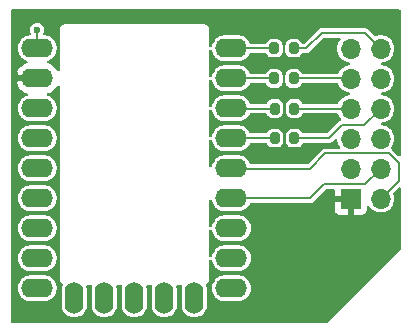
<source format=gbr>
%TF.GenerationSoftware,KiCad,Pcbnew,8.0.1*%
%TF.CreationDate,2024-03-19T13:28:27+00:00*%
%TF.ProjectId,pcb,7063622e-6b69-4636-9164-5f7063625858,rev?*%
%TF.SameCoordinates,Original*%
%TF.FileFunction,Copper,L1,Top*%
%TF.FilePolarity,Positive*%
%FSLAX46Y46*%
G04 Gerber Fmt 4.6, Leading zero omitted, Abs format (unit mm)*
G04 Created by KiCad (PCBNEW 8.0.1) date 2024-03-19 13:28:27*
%MOMM*%
%LPD*%
G01*
G04 APERTURE LIST*
G04 Aperture macros list*
%AMRoundRect*
0 Rectangle with rounded corners*
0 $1 Rounding radius*
0 $2 $3 $4 $5 $6 $7 $8 $9 X,Y pos of 4 corners*
0 Add a 4 corners polygon primitive as box body*
4,1,4,$2,$3,$4,$5,$6,$7,$8,$9,$2,$3,0*
0 Add four circle primitives for the rounded corners*
1,1,$1+$1,$2,$3*
1,1,$1+$1,$4,$5*
1,1,$1+$1,$6,$7*
1,1,$1+$1,$8,$9*
0 Add four rect primitives between the rounded corners*
20,1,$1+$1,$2,$3,$4,$5,0*
20,1,$1+$1,$4,$5,$6,$7,0*
20,1,$1+$1,$6,$7,$8,$9,0*
20,1,$1+$1,$8,$9,$2,$3,0*%
G04 Aperture macros list end*
%TA.AperFunction,SMDPad,CuDef*%
%ADD10RoundRect,0.200000X-0.200000X-0.275000X0.200000X-0.275000X0.200000X0.275000X-0.200000X0.275000X0*%
%TD*%
%TA.AperFunction,SMDPad,CuDef*%
%ADD11O,2.700000X1.600200*%
%TD*%
%TA.AperFunction,SMDPad,CuDef*%
%ADD12O,1.574800X2.700000*%
%TD*%
%TA.AperFunction,ComponentPad*%
%ADD13O,1.700000X1.700000*%
%TD*%
%TA.AperFunction,ComponentPad*%
%ADD14R,1.700000X1.700000*%
%TD*%
%TA.AperFunction,ViaPad*%
%ADD15C,0.600000*%
%TD*%
%TA.AperFunction,Conductor*%
%ADD16C,0.200000*%
%TD*%
G04 APERTURE END LIST*
D10*
%TO.P,100\u03A9,1*%
%TO.N,GPIO1*%
X57975000Y-29850000D03*
%TO.P,100\u03A9,2*%
%TO.N,LAD1*%
X59625000Y-29850000D03*
%TD*%
D11*
%TO.P,REF\u002A\u002A,1*%
%TO.N,GPIO0*%
X54350000Y-27300000D03*
%TO.P,REF\u002A\u002A,2*%
%TO.N,GPIO1*%
X54350000Y-29840000D03*
%TO.P,REF\u002A\u002A,3*%
%TO.N,GPIO2*%
X54350000Y-32380000D03*
%TO.P,REF\u002A\u002A,4*%
%TO.N,GPIO3*%
X54350000Y-34920000D03*
%TO.P,REF\u002A\u002A,5*%
%TO.N,GPIO4*%
X54350000Y-37460000D03*
%TO.P,REF\u002A\u002A,6*%
%TO.N,GPIO5*%
X54350000Y-40000000D03*
%TO.P,REF\u002A\u002A,7*%
%TO.N,GPIO6*%
X54350000Y-42540000D03*
%TO.P,REF\u002A\u002A,8*%
%TO.N,GPIO7*%
X54350000Y-45080000D03*
%TO.P,REF\u002A\u002A,9*%
%TO.N,N/C*%
X54350000Y-47620000D03*
D12*
%TO.P,REF\u002A\u002A,10*%
X51210000Y-48430000D03*
%TO.P,REF\u002A\u002A,11*%
X48670000Y-48430000D03*
%TO.P,REF\u002A\u002A,12*%
X46130000Y-48430000D03*
%TO.P,REF\u002A\u002A,13*%
X43590000Y-48430000D03*
%TO.P,REF\u002A\u002A,14*%
X41050000Y-48430000D03*
D11*
%TO.P,REF\u002A\u002A,15*%
X37910000Y-47620000D03*
%TO.P,REF\u002A\u002A,16*%
X37910000Y-45080000D03*
%TO.P,REF\u002A\u002A,17*%
X37910000Y-42540000D03*
%TO.P,REF\u002A\u002A,18*%
X37910000Y-40000000D03*
%TO.P,REF\u002A\u002A,19*%
X37910000Y-37460000D03*
%TO.P,REF\u002A\u002A,20*%
X37910000Y-34920000D03*
%TO.P,REF\u002A\u002A,21*%
X37910000Y-32380000D03*
%TO.P,REF\u002A\u002A,22*%
%TO.N,GND*%
X37910000Y-29840000D03*
%TO.P,REF\u002A\u002A,23*%
%TO.N,+5V*%
X37910000Y-27300000D03*
%TD*%
D13*
%TO.P,REF\u002A\u002A,1*%
%TO.N,GPIO4*%
X66990000Y-40030000D03*
D14*
%TO.P,REF\u002A\u002A,2*%
%TO.N,GND*%
X64450000Y-40030000D03*
D13*
%TO.P,REF\u002A\u002A,3*%
%TO.N,GPIO5*%
X66990000Y-37490000D03*
%TO.P,REF\u002A\u002A,4*%
%TO.N,N/C*%
X64450000Y-37490000D03*
%TO.P,REF\u002A\u002A,5*%
X66990000Y-34950000D03*
%TO.P,REF\u002A\u002A,6*%
%TO.N,+5V*%
X64450000Y-34950000D03*
%TO.P,REF\u002A\u002A,7*%
%TO.N,LAD3*%
X66990000Y-32410000D03*
%TO.P,REF\u002A\u002A,8*%
%TO.N,LAD2*%
X64450000Y-32410000D03*
%TO.P,REF\u002A\u002A,9*%
%TO.N,N/C*%
X66990000Y-29870000D03*
%TO.P,REF\u002A\u002A,10*%
%TO.N,LAD1*%
X64450000Y-29870000D03*
%TO.P,REF\u002A\u002A,11*%
%TO.N,LAD0*%
X66990000Y-27330000D03*
%TO.P,REF\u002A\u002A,12*%
%TO.N,N/C*%
X64450000Y-27330000D03*
%TD*%
D10*
%TO.P,100\u03A9,1*%
%TO.N,GPIO2*%
X58025000Y-32400000D03*
%TO.P,100\u03A9,2*%
%TO.N,LAD2*%
X59675000Y-32400000D03*
%TD*%
%TO.P,100\u03A9,1*%
%TO.N,GPIO0*%
X57975000Y-27300000D03*
%TO.P,100\u03A9,2*%
%TO.N,LAD0*%
X59625000Y-27300000D03*
%TD*%
%TO.P,100\u03A9,1*%
%TO.N,GPIO3*%
X58025000Y-34900000D03*
%TO.P,100\u03A9,2*%
%TO.N,LAD3*%
X59675000Y-34900000D03*
%TD*%
D15*
%TO.N,+5V*%
X37900000Y-25750000D03*
%TO.N,GND*%
X36000000Y-30500000D03*
X36000000Y-29500000D03*
X36000000Y-30000000D03*
%TD*%
D16*
%TO.N,GPIO0*%
X53750000Y-27300000D02*
X57975000Y-27300000D01*
%TO.N,GPIO1*%
X53760000Y-29850000D02*
X57975000Y-29850000D01*
X53750000Y-29840000D02*
X53760000Y-29850000D01*
%TO.N,GPIO2*%
X53770000Y-32400000D02*
X58025000Y-32400000D01*
X53750000Y-32380000D02*
X53770000Y-32400000D01*
%TO.N,GPIO3*%
X53750000Y-34920000D02*
X53770000Y-34900000D01*
X53770000Y-34900000D02*
X58025000Y-34900000D01*
%TO.N,LAD1*%
X59625000Y-29850000D02*
X64430000Y-29850000D01*
X64430000Y-29850000D02*
X64450000Y-29870000D01*
%TO.N,LAD0*%
X59625000Y-27300000D02*
X60700000Y-27300000D01*
X65660000Y-26000000D02*
X66990000Y-27330000D01*
X62000000Y-26000000D02*
X65660000Y-26000000D01*
X60700000Y-27300000D02*
X62000000Y-26000000D01*
%TO.N,LAD2*%
X64440000Y-32400000D02*
X64450000Y-32410000D01*
X59675000Y-32400000D02*
X64440000Y-32400000D01*
%TO.N,LAD3*%
X59675000Y-34900000D02*
X62600000Y-34900000D01*
X63700000Y-33800000D02*
X65600000Y-33800000D01*
X62600000Y-34900000D02*
X63700000Y-33800000D01*
X65600000Y-33800000D02*
X66990000Y-32410000D01*
%TO.N,GPIO4*%
X61000000Y-37500000D02*
X53790000Y-37500000D01*
X67700000Y-36200000D02*
X62300000Y-36200000D01*
X68500000Y-37000000D02*
X67700000Y-36200000D01*
X68500000Y-38520000D02*
X68500000Y-37000000D01*
X53790000Y-37500000D02*
X53750000Y-37460000D01*
X66990000Y-40030000D02*
X68500000Y-38520000D01*
X62300000Y-36200000D02*
X61000000Y-37500000D01*
%TO.N,GPIO5*%
X66990000Y-37490000D02*
X65680000Y-38800000D01*
X62200000Y-38800000D02*
X61000000Y-40000000D01*
X61000000Y-40000000D02*
X53750000Y-40000000D01*
X65680000Y-38800000D02*
X62200000Y-38800000D01*
%TO.N,+5V*%
X37900000Y-26690000D02*
X37900000Y-25750000D01*
X38510000Y-27300000D02*
X37900000Y-26690000D01*
%TD*%
%TA.AperFunction,Conductor*%
%TO.N,GND*%
G36*
X68627630Y-24020185D02*
G01*
X68673385Y-24072989D01*
X68684590Y-24124408D01*
X68689352Y-30648406D01*
X68693497Y-36327652D01*
X68673861Y-36394705D01*
X68621091Y-36440499D01*
X68551940Y-36450493D01*
X68488363Y-36421514D01*
X68481816Y-36415423D01*
X67945915Y-35879522D01*
X67945913Y-35879520D01*
X67945910Y-35879518D01*
X67945906Y-35879515D01*
X67916889Y-35862762D01*
X67868674Y-35812195D01*
X67855452Y-35743588D01*
X67879935Y-35680651D01*
X67972366Y-35558255D01*
X68067405Y-35367389D01*
X68125756Y-35162310D01*
X68145429Y-34950000D01*
X68125756Y-34737690D01*
X68067405Y-34532611D01*
X68067403Y-34532606D01*
X68067403Y-34532605D01*
X67972367Y-34341746D01*
X67843872Y-34171593D01*
X67792215Y-34124501D01*
X67686302Y-34027948D01*
X67505019Y-33915702D01*
X67505017Y-33915701D01*
X67326389Y-33846501D01*
X67306198Y-33838679D01*
X67109385Y-33801888D01*
X67047106Y-33770221D01*
X67011833Y-33709908D01*
X67014767Y-33640100D01*
X67054976Y-33582960D01*
X67109384Y-33558111D01*
X67306198Y-33521321D01*
X67505019Y-33444298D01*
X67686302Y-33332052D01*
X67843872Y-33188407D01*
X67972366Y-33018255D01*
X68022621Y-32917328D01*
X68067403Y-32827394D01*
X68067403Y-32827393D01*
X68067405Y-32827389D01*
X68125756Y-32622310D01*
X68145429Y-32410000D01*
X68125756Y-32197690D01*
X68067405Y-31992611D01*
X68067403Y-31992606D01*
X68067403Y-31992605D01*
X67972367Y-31801746D01*
X67843872Y-31631593D01*
X67836091Y-31624500D01*
X67686302Y-31487948D01*
X67505019Y-31375702D01*
X67505017Y-31375701D01*
X67326389Y-31306501D01*
X67306198Y-31298679D01*
X67109385Y-31261888D01*
X67047106Y-31230221D01*
X67011833Y-31169908D01*
X67014767Y-31100100D01*
X67054976Y-31042960D01*
X67109384Y-31018111D01*
X67306198Y-30981321D01*
X67505019Y-30904298D01*
X67686302Y-30792052D01*
X67843872Y-30648407D01*
X67972366Y-30478255D01*
X68027601Y-30367328D01*
X68067403Y-30287394D01*
X68067403Y-30287393D01*
X68067405Y-30287389D01*
X68125756Y-30082310D01*
X68145429Y-29870000D01*
X68125756Y-29657690D01*
X68067405Y-29452611D01*
X68067403Y-29452606D01*
X68067403Y-29452605D01*
X67972367Y-29261746D01*
X67843872Y-29091593D01*
X67825122Y-29074500D01*
X67686302Y-28947948D01*
X67505019Y-28835702D01*
X67505017Y-28835701D01*
X67326389Y-28766501D01*
X67306198Y-28758679D01*
X67109385Y-28721888D01*
X67047106Y-28690221D01*
X67011833Y-28629908D01*
X67014767Y-28560100D01*
X67054976Y-28502960D01*
X67109384Y-28478111D01*
X67306198Y-28441321D01*
X67505019Y-28364298D01*
X67686302Y-28252052D01*
X67843872Y-28108407D01*
X67972366Y-27938255D01*
X68002949Y-27876835D01*
X68067403Y-27747394D01*
X68067403Y-27747393D01*
X68067405Y-27747389D01*
X68125756Y-27542310D01*
X68145429Y-27330000D01*
X68125756Y-27117690D01*
X68067405Y-26912611D01*
X68067403Y-26912606D01*
X68067403Y-26912605D01*
X67972367Y-26721746D01*
X67843872Y-26551593D01*
X67833510Y-26542147D01*
X67686302Y-26407948D01*
X67505019Y-26295702D01*
X67505017Y-26295701D01*
X67326389Y-26226501D01*
X67306198Y-26218679D01*
X67096610Y-26179500D01*
X66883390Y-26179500D01*
X66673802Y-26218679D01*
X66673797Y-26218680D01*
X66584280Y-26253359D01*
X66514657Y-26259221D01*
X66452917Y-26226510D01*
X66451806Y-26225413D01*
X65905915Y-25679522D01*
X65905913Y-25679520D01*
X65860250Y-25653156D01*
X65814589Y-25626793D01*
X65763657Y-25613146D01*
X65712727Y-25599500D01*
X65712726Y-25599500D01*
X62060339Y-25599500D01*
X62060323Y-25599499D01*
X62052727Y-25599499D01*
X61947273Y-25599499D01*
X61864144Y-25621774D01*
X61864143Y-25621773D01*
X61845415Y-25626792D01*
X61845410Y-25626794D01*
X61754085Y-25679521D01*
X60570426Y-26863181D01*
X60509103Y-26896666D01*
X60482745Y-26899500D01*
X60398467Y-26899500D01*
X60331428Y-26879815D01*
X60285673Y-26827011D01*
X60282285Y-26818834D01*
X60268796Y-26782669D01*
X60268793Y-26782664D01*
X60182547Y-26667455D01*
X60182544Y-26667452D01*
X60067335Y-26581206D01*
X60067328Y-26581202D01*
X59932486Y-26530910D01*
X59932485Y-26530909D01*
X59932483Y-26530909D01*
X59872873Y-26524500D01*
X59872863Y-26524500D01*
X59377129Y-26524500D01*
X59377123Y-26524501D01*
X59317516Y-26530908D01*
X59182671Y-26581202D01*
X59182664Y-26581206D01*
X59067455Y-26667452D01*
X59067452Y-26667455D01*
X58981206Y-26782664D01*
X58981202Y-26782671D01*
X58930910Y-26917513D01*
X58930909Y-26917517D01*
X58924500Y-26977127D01*
X58924500Y-26977134D01*
X58924500Y-26977135D01*
X58924500Y-27622870D01*
X58924501Y-27622876D01*
X58930908Y-27682483D01*
X58981202Y-27817328D01*
X58981206Y-27817335D01*
X59067452Y-27932544D01*
X59067455Y-27932547D01*
X59182664Y-28018793D01*
X59182671Y-28018797D01*
X59227618Y-28035561D01*
X59317517Y-28069091D01*
X59377127Y-28075500D01*
X59872872Y-28075499D01*
X59932483Y-28069091D01*
X60067331Y-28018796D01*
X60182546Y-27932546D01*
X60268796Y-27817331D01*
X60282285Y-27781166D01*
X60324157Y-27725233D01*
X60389621Y-27700816D01*
X60398467Y-27700500D01*
X60752725Y-27700500D01*
X60752727Y-27700500D01*
X60854588Y-27673207D01*
X60945913Y-27620480D01*
X62129573Y-26436818D01*
X62190896Y-26403334D01*
X62217254Y-26400500D01*
X63461202Y-26400500D01*
X63528241Y-26420185D01*
X63573996Y-26472989D01*
X63583940Y-26542147D01*
X63560156Y-26599227D01*
X63467632Y-26721746D01*
X63372596Y-26912605D01*
X63372596Y-26912607D01*
X63314244Y-27117689D01*
X63306420Y-27202131D01*
X63294571Y-27330000D01*
X63314244Y-27542310D01*
X63359253Y-27700499D01*
X63372596Y-27747392D01*
X63372596Y-27747394D01*
X63467632Y-27938253D01*
X63596127Y-28108406D01*
X63596128Y-28108407D01*
X63753698Y-28252052D01*
X63934981Y-28364298D01*
X64133802Y-28441321D01*
X64330613Y-28478111D01*
X64392893Y-28509779D01*
X64428166Y-28570092D01*
X64425232Y-28639900D01*
X64385023Y-28697040D01*
X64330613Y-28721888D01*
X64133802Y-28758679D01*
X64133799Y-28758679D01*
X64133799Y-28758680D01*
X63934982Y-28835701D01*
X63934980Y-28835702D01*
X63753699Y-28947947D01*
X63596127Y-29091593D01*
X63467635Y-29261742D01*
X63466929Y-29263160D01*
X63408365Y-29380774D01*
X63360865Y-29432008D01*
X63297367Y-29449500D01*
X60398467Y-29449500D01*
X60331428Y-29429815D01*
X60285673Y-29377011D01*
X60282285Y-29368834D01*
X60268796Y-29332669D01*
X60268793Y-29332664D01*
X60182547Y-29217455D01*
X60182544Y-29217452D01*
X60067335Y-29131206D01*
X60067328Y-29131202D01*
X59932486Y-29080910D01*
X59932485Y-29080909D01*
X59932483Y-29080909D01*
X59872873Y-29074500D01*
X59872863Y-29074500D01*
X59377129Y-29074500D01*
X59377123Y-29074501D01*
X59317516Y-29080908D01*
X59182671Y-29131202D01*
X59182664Y-29131206D01*
X59067455Y-29217452D01*
X59067452Y-29217455D01*
X58981206Y-29332664D01*
X58981202Y-29332671D01*
X58930910Y-29467513D01*
X58930909Y-29467517D01*
X58924500Y-29527127D01*
X58924500Y-29527134D01*
X58924500Y-29527135D01*
X58924500Y-30172870D01*
X58924501Y-30172876D01*
X58930908Y-30232483D01*
X58981202Y-30367328D01*
X58981206Y-30367335D01*
X59067452Y-30482544D01*
X59067455Y-30482547D01*
X59182664Y-30568793D01*
X59182671Y-30568797D01*
X59227618Y-30585561D01*
X59317517Y-30619091D01*
X59377127Y-30625500D01*
X59872872Y-30625499D01*
X59932483Y-30619091D01*
X60067331Y-30568796D01*
X60182546Y-30482546D01*
X60268796Y-30367331D01*
X60275547Y-30349229D01*
X60282285Y-30331166D01*
X60324157Y-30275233D01*
X60389621Y-30250816D01*
X60398467Y-30250500D01*
X63277449Y-30250500D01*
X63344488Y-30270185D01*
X63388448Y-30319227D01*
X63450954Y-30444757D01*
X63467635Y-30478257D01*
X63578829Y-30625500D01*
X63596128Y-30648407D01*
X63753698Y-30792052D01*
X63934981Y-30904298D01*
X64133802Y-30981321D01*
X64330613Y-31018111D01*
X64392893Y-31049779D01*
X64428166Y-31110092D01*
X64425232Y-31179900D01*
X64385023Y-31237040D01*
X64330613Y-31261888D01*
X64133802Y-31298679D01*
X64133799Y-31298679D01*
X64133799Y-31298680D01*
X63934982Y-31375701D01*
X63934980Y-31375702D01*
X63753699Y-31487947D01*
X63596127Y-31631593D01*
X63467632Y-31801746D01*
X63403387Y-31930771D01*
X63355885Y-31982008D01*
X63292387Y-31999500D01*
X60448467Y-31999500D01*
X60381428Y-31979815D01*
X60335673Y-31927011D01*
X60332285Y-31918834D01*
X60318796Y-31882669D01*
X60318793Y-31882664D01*
X60232547Y-31767455D01*
X60232544Y-31767452D01*
X60117335Y-31681206D01*
X60117328Y-31681202D01*
X59982486Y-31630910D01*
X59982485Y-31630909D01*
X59982483Y-31630909D01*
X59922873Y-31624500D01*
X59922863Y-31624500D01*
X59427129Y-31624500D01*
X59427123Y-31624501D01*
X59367516Y-31630908D01*
X59232671Y-31681202D01*
X59232664Y-31681206D01*
X59117455Y-31767452D01*
X59117452Y-31767455D01*
X59031206Y-31882664D01*
X59031202Y-31882671D01*
X58980910Y-32017513D01*
X58980909Y-32017517D01*
X58974500Y-32077127D01*
X58974500Y-32077134D01*
X58974500Y-32077135D01*
X58974500Y-32722870D01*
X58974501Y-32722876D01*
X58980908Y-32782483D01*
X59031202Y-32917328D01*
X59031206Y-32917335D01*
X59117452Y-33032544D01*
X59117455Y-33032547D01*
X59232664Y-33118793D01*
X59232671Y-33118797D01*
X59277618Y-33135561D01*
X59367517Y-33169091D01*
X59427127Y-33175500D01*
X59922872Y-33175499D01*
X59982483Y-33169091D01*
X60117331Y-33118796D01*
X60232546Y-33032546D01*
X60318796Y-32917331D01*
X60332285Y-32881166D01*
X60374157Y-32825233D01*
X60439621Y-32800816D01*
X60448467Y-32800500D01*
X63282428Y-32800500D01*
X63349467Y-32820185D01*
X63393428Y-32869229D01*
X63467632Y-33018253D01*
X63596129Y-33188409D01*
X63619161Y-33209405D01*
X63655443Y-33269116D01*
X63653682Y-33338964D01*
X63614438Y-33396771D01*
X63567718Y-33420815D01*
X63545412Y-33426793D01*
X63545410Y-33426793D01*
X63545410Y-33426794D01*
X63454087Y-33479520D01*
X63454084Y-33479522D01*
X62470426Y-34463181D01*
X62409103Y-34496666D01*
X62382745Y-34499500D01*
X60448467Y-34499500D01*
X60381428Y-34479815D01*
X60335673Y-34427011D01*
X60332285Y-34418834D01*
X60318796Y-34382669D01*
X60318793Y-34382664D01*
X60232547Y-34267455D01*
X60232544Y-34267452D01*
X60117335Y-34181206D01*
X60117328Y-34181202D01*
X59982486Y-34130910D01*
X59982485Y-34130909D01*
X59982483Y-34130909D01*
X59922873Y-34124500D01*
X59922863Y-34124500D01*
X59427129Y-34124500D01*
X59427123Y-34124501D01*
X59367516Y-34130908D01*
X59232671Y-34181202D01*
X59232664Y-34181206D01*
X59117455Y-34267452D01*
X59117452Y-34267455D01*
X59031206Y-34382664D01*
X59031202Y-34382671D01*
X58980910Y-34517513D01*
X58980909Y-34517517D01*
X58974500Y-34577127D01*
X58974500Y-34577134D01*
X58974500Y-34577135D01*
X58974500Y-35222870D01*
X58974501Y-35222876D01*
X58980908Y-35282483D01*
X59031202Y-35417328D01*
X59031206Y-35417335D01*
X59117452Y-35532544D01*
X59117455Y-35532547D01*
X59232664Y-35618793D01*
X59232671Y-35618797D01*
X59277618Y-35635561D01*
X59367517Y-35669091D01*
X59427127Y-35675500D01*
X59922872Y-35675499D01*
X59982483Y-35669091D01*
X60117331Y-35618796D01*
X60232546Y-35532546D01*
X60318796Y-35417331D01*
X60332285Y-35381166D01*
X60374157Y-35325233D01*
X60439621Y-35300816D01*
X60448467Y-35300500D01*
X62652725Y-35300500D01*
X62652727Y-35300500D01*
X62754588Y-35273207D01*
X62845913Y-35220480D01*
X63092684Y-34973708D01*
X63154002Y-34940226D01*
X63223694Y-34945210D01*
X63279628Y-34987081D01*
X63303832Y-35049950D01*
X63311837Y-35136334D01*
X63314244Y-35162310D01*
X63345797Y-35273207D01*
X63372596Y-35367392D01*
X63372596Y-35367394D01*
X63454833Y-35532547D01*
X63467634Y-35558255D01*
X63485701Y-35582180D01*
X63499742Y-35600773D01*
X63524434Y-35666135D01*
X63509869Y-35734469D01*
X63460671Y-35784082D01*
X63400788Y-35799500D01*
X62360339Y-35799500D01*
X62360323Y-35799499D01*
X62352727Y-35799499D01*
X62247273Y-35799499D01*
X62179366Y-35817695D01*
X62145412Y-35826793D01*
X62054084Y-35879522D01*
X60870426Y-37063181D01*
X60809103Y-37096666D01*
X60782745Y-37099500D01*
X56027435Y-37099500D01*
X55960396Y-37079815D01*
X55916952Y-37031797D01*
X55841217Y-36883160D01*
X55739390Y-36743007D01*
X55616893Y-36620510D01*
X55476740Y-36518683D01*
X55322384Y-36440033D01*
X55322381Y-36440032D01*
X55157625Y-36386501D01*
X55072071Y-36372950D01*
X54986519Y-36359400D01*
X53713481Y-36359400D01*
X53656446Y-36368433D01*
X53542374Y-36386501D01*
X53377618Y-36440032D01*
X53377615Y-36440033D01*
X53223259Y-36518683D01*
X53143297Y-36576779D01*
X53083107Y-36620510D01*
X53083105Y-36620512D01*
X53083104Y-36620512D01*
X52960612Y-36743004D01*
X52960612Y-36743005D01*
X52960610Y-36743007D01*
X52919764Y-36799227D01*
X52858783Y-36883159D01*
X52780133Y-37037515D01*
X52780132Y-37037518D01*
X52726601Y-37202274D01*
X52716973Y-37263063D01*
X52687044Y-37326198D01*
X52627732Y-37363129D01*
X52557870Y-37362131D01*
X52499637Y-37323521D01*
X52471523Y-37259557D01*
X52470500Y-37243665D01*
X52470500Y-35136334D01*
X52490185Y-35069295D01*
X52542989Y-35023540D01*
X52612147Y-35013596D01*
X52675703Y-35042621D01*
X52713477Y-35101399D01*
X52716973Y-35116936D01*
X52726601Y-35177725D01*
X52780132Y-35342481D01*
X52780133Y-35342484D01*
X52858783Y-35496840D01*
X52960610Y-35636993D01*
X53083107Y-35759490D01*
X53223260Y-35861317D01*
X53298966Y-35899891D01*
X53377615Y-35939966D01*
X53377618Y-35939967D01*
X53459996Y-35966732D01*
X53542376Y-35993499D01*
X53713481Y-36020600D01*
X53713482Y-36020600D01*
X54986518Y-36020600D01*
X54986519Y-36020600D01*
X55157624Y-35993499D01*
X55322384Y-35939966D01*
X55476740Y-35861317D01*
X55616893Y-35759490D01*
X55739390Y-35636993D01*
X55841217Y-35496840D01*
X55906760Y-35368204D01*
X55954735Y-35317409D01*
X56017245Y-35300500D01*
X57251533Y-35300500D01*
X57318572Y-35320185D01*
X57364327Y-35372989D01*
X57367715Y-35381166D01*
X57381203Y-35417330D01*
X57381206Y-35417335D01*
X57467452Y-35532544D01*
X57467455Y-35532547D01*
X57582664Y-35618793D01*
X57582671Y-35618797D01*
X57627618Y-35635561D01*
X57717517Y-35669091D01*
X57777127Y-35675500D01*
X58272872Y-35675499D01*
X58332483Y-35669091D01*
X58467331Y-35618796D01*
X58582546Y-35532546D01*
X58668796Y-35417331D01*
X58719091Y-35282483D01*
X58725500Y-35222873D01*
X58725499Y-34577128D01*
X58719091Y-34517517D01*
X58712253Y-34499184D01*
X58668797Y-34382671D01*
X58668793Y-34382664D01*
X58582547Y-34267455D01*
X58582544Y-34267452D01*
X58467335Y-34181206D01*
X58467328Y-34181202D01*
X58332486Y-34130910D01*
X58332485Y-34130909D01*
X58332483Y-34130909D01*
X58272873Y-34124500D01*
X58272863Y-34124500D01*
X57777129Y-34124500D01*
X57777123Y-34124501D01*
X57717516Y-34130908D01*
X57582671Y-34181202D01*
X57582664Y-34181206D01*
X57467455Y-34267452D01*
X57467452Y-34267455D01*
X57381206Y-34382664D01*
X57381203Y-34382669D01*
X57367715Y-34418834D01*
X57325843Y-34474767D01*
X57260379Y-34499184D01*
X57251533Y-34499500D01*
X55996864Y-34499500D01*
X55929825Y-34479815D01*
X55886379Y-34431795D01*
X55841217Y-34343160D01*
X55739390Y-34203007D01*
X55616893Y-34080510D01*
X55476740Y-33978683D01*
X55322384Y-33900033D01*
X55322381Y-33900032D01*
X55157625Y-33846501D01*
X55072071Y-33832950D01*
X54986519Y-33819400D01*
X53713481Y-33819400D01*
X53656446Y-33828433D01*
X53542374Y-33846501D01*
X53377618Y-33900032D01*
X53377615Y-33900033D01*
X53223259Y-33978683D01*
X53178760Y-34011014D01*
X53083107Y-34080510D01*
X53083105Y-34080512D01*
X53083104Y-34080512D01*
X52960612Y-34203004D01*
X52960612Y-34203005D01*
X52960610Y-34203007D01*
X52929017Y-34246491D01*
X52858783Y-34343159D01*
X52780133Y-34497515D01*
X52780132Y-34497518D01*
X52726601Y-34662274D01*
X52716973Y-34723063D01*
X52687044Y-34786198D01*
X52627732Y-34823129D01*
X52557870Y-34822131D01*
X52499637Y-34783521D01*
X52471523Y-34719557D01*
X52470500Y-34703665D01*
X52470500Y-32596334D01*
X52490185Y-32529295D01*
X52542989Y-32483540D01*
X52612147Y-32473596D01*
X52675703Y-32502621D01*
X52713477Y-32561399D01*
X52716973Y-32576936D01*
X52726601Y-32637725D01*
X52780132Y-32802481D01*
X52780133Y-32802484D01*
X52838650Y-32917328D01*
X52858783Y-32956840D01*
X52960610Y-33096993D01*
X53083107Y-33219490D01*
X53223260Y-33321317D01*
X53285023Y-33352787D01*
X53377615Y-33399966D01*
X53377618Y-33399967D01*
X53459996Y-33426732D01*
X53542376Y-33453499D01*
X53713481Y-33480600D01*
X53713482Y-33480600D01*
X54986518Y-33480600D01*
X54986519Y-33480600D01*
X55157624Y-33453499D01*
X55322384Y-33399966D01*
X55476740Y-33321317D01*
X55616893Y-33219490D01*
X55739390Y-33096993D01*
X55841217Y-32956840D01*
X55886379Y-32868204D01*
X55934354Y-32817409D01*
X55996864Y-32800500D01*
X57251533Y-32800500D01*
X57318572Y-32820185D01*
X57364327Y-32872989D01*
X57367715Y-32881166D01*
X57381203Y-32917330D01*
X57381206Y-32917335D01*
X57467452Y-33032544D01*
X57467455Y-33032547D01*
X57582664Y-33118793D01*
X57582671Y-33118797D01*
X57627618Y-33135561D01*
X57717517Y-33169091D01*
X57777127Y-33175500D01*
X58272872Y-33175499D01*
X58332483Y-33169091D01*
X58467331Y-33118796D01*
X58582546Y-33032546D01*
X58668796Y-32917331D01*
X58719091Y-32782483D01*
X58725500Y-32722873D01*
X58725499Y-32077128D01*
X58719091Y-32017517D01*
X58712253Y-31999184D01*
X58668797Y-31882671D01*
X58668793Y-31882664D01*
X58582547Y-31767455D01*
X58582544Y-31767452D01*
X58467335Y-31681206D01*
X58467328Y-31681202D01*
X58332486Y-31630910D01*
X58332485Y-31630909D01*
X58332483Y-31630909D01*
X58272873Y-31624500D01*
X58272863Y-31624500D01*
X57777129Y-31624500D01*
X57777123Y-31624501D01*
X57717516Y-31630908D01*
X57582671Y-31681202D01*
X57582664Y-31681206D01*
X57467455Y-31767452D01*
X57467452Y-31767455D01*
X57381206Y-31882664D01*
X57381203Y-31882669D01*
X57367715Y-31918834D01*
X57325843Y-31974767D01*
X57260379Y-31999184D01*
X57251533Y-31999500D01*
X56017245Y-31999500D01*
X55950206Y-31979815D01*
X55906760Y-31931795D01*
X55841217Y-31803160D01*
X55739390Y-31663007D01*
X55616893Y-31540510D01*
X55476740Y-31438683D01*
X55322384Y-31360033D01*
X55322381Y-31360032D01*
X55157625Y-31306501D01*
X55072071Y-31292950D01*
X54986519Y-31279400D01*
X53713481Y-31279400D01*
X53656446Y-31288433D01*
X53542374Y-31306501D01*
X53377618Y-31360032D01*
X53377615Y-31360033D01*
X53223259Y-31438683D01*
X53155454Y-31487947D01*
X53083107Y-31540510D01*
X53083105Y-31540512D01*
X53083104Y-31540512D01*
X52960612Y-31663004D01*
X52960612Y-31663005D01*
X52960610Y-31663007D01*
X52947388Y-31681206D01*
X52858783Y-31803159D01*
X52780133Y-31957515D01*
X52780132Y-31957518D01*
X52726601Y-32122274D01*
X52716973Y-32183063D01*
X52687044Y-32246198D01*
X52627732Y-32283129D01*
X52557870Y-32282131D01*
X52499637Y-32243521D01*
X52471523Y-32179557D01*
X52470500Y-32163665D01*
X52470500Y-30056334D01*
X52490185Y-29989295D01*
X52542989Y-29943540D01*
X52612147Y-29933596D01*
X52675703Y-29962621D01*
X52713477Y-30021399D01*
X52716973Y-30036936D01*
X52726601Y-30097725D01*
X52780132Y-30262481D01*
X52780133Y-30262484D01*
X52858783Y-30416840D01*
X52960610Y-30556993D01*
X53083107Y-30679490D01*
X53223260Y-30781317D01*
X53298966Y-30819891D01*
X53377615Y-30859966D01*
X53377618Y-30859967D01*
X53459996Y-30886732D01*
X53542376Y-30913499D01*
X53713481Y-30940600D01*
X53713482Y-30940600D01*
X54986518Y-30940600D01*
X54986519Y-30940600D01*
X55157624Y-30913499D01*
X55322384Y-30859966D01*
X55476740Y-30781317D01*
X55616893Y-30679490D01*
X55739390Y-30556993D01*
X55841217Y-30416840D01*
X55891475Y-30318203D01*
X55939449Y-30267409D01*
X56001959Y-30250500D01*
X57201533Y-30250500D01*
X57268572Y-30270185D01*
X57314327Y-30322989D01*
X57317715Y-30331166D01*
X57331203Y-30367330D01*
X57331206Y-30367335D01*
X57417452Y-30482544D01*
X57417455Y-30482547D01*
X57532664Y-30568793D01*
X57532671Y-30568797D01*
X57577618Y-30585561D01*
X57667517Y-30619091D01*
X57727127Y-30625500D01*
X58222872Y-30625499D01*
X58282483Y-30619091D01*
X58417331Y-30568796D01*
X58532546Y-30482546D01*
X58618796Y-30367331D01*
X58669091Y-30232483D01*
X58675500Y-30172873D01*
X58675499Y-29527128D01*
X58669091Y-29467517D01*
X58663531Y-29452611D01*
X58618797Y-29332671D01*
X58618793Y-29332664D01*
X58532547Y-29217455D01*
X58532544Y-29217452D01*
X58417335Y-29131206D01*
X58417328Y-29131202D01*
X58282486Y-29080910D01*
X58282485Y-29080909D01*
X58282483Y-29080909D01*
X58222873Y-29074500D01*
X58222863Y-29074500D01*
X57727129Y-29074500D01*
X57727123Y-29074501D01*
X57667516Y-29080908D01*
X57532671Y-29131202D01*
X57532664Y-29131206D01*
X57417455Y-29217452D01*
X57417452Y-29217455D01*
X57331206Y-29332664D01*
X57331203Y-29332669D01*
X57317715Y-29368834D01*
X57275843Y-29424767D01*
X57210379Y-29449184D01*
X57201533Y-29449500D01*
X56012150Y-29449500D01*
X55945111Y-29429815D01*
X55901665Y-29381795D01*
X55841216Y-29263159D01*
X55739390Y-29123007D01*
X55616893Y-29000510D01*
X55476740Y-28898683D01*
X55322384Y-28820033D01*
X55322381Y-28820032D01*
X55157625Y-28766501D01*
X55072071Y-28752950D01*
X54986519Y-28739400D01*
X53713481Y-28739400D01*
X53656446Y-28748433D01*
X53542374Y-28766501D01*
X53377618Y-28820032D01*
X53377615Y-28820033D01*
X53223259Y-28898683D01*
X53155454Y-28947947D01*
X53083107Y-29000510D01*
X53083105Y-29000512D01*
X53083104Y-29000512D01*
X52960612Y-29123004D01*
X52960612Y-29123005D01*
X52960610Y-29123007D01*
X52916879Y-29183197D01*
X52858783Y-29263159D01*
X52780133Y-29417515D01*
X52780132Y-29417518D01*
X52726601Y-29582274D01*
X52716973Y-29643063D01*
X52687044Y-29706198D01*
X52627732Y-29743129D01*
X52557870Y-29742131D01*
X52499637Y-29703521D01*
X52471523Y-29639557D01*
X52470500Y-29623665D01*
X52470500Y-27516334D01*
X52490185Y-27449295D01*
X52542989Y-27403540D01*
X52612147Y-27393596D01*
X52675703Y-27422621D01*
X52713477Y-27481399D01*
X52716973Y-27496936D01*
X52726601Y-27557725D01*
X52780132Y-27722481D01*
X52780133Y-27722484D01*
X52828461Y-27817331D01*
X52858783Y-27876840D01*
X52960610Y-28016993D01*
X53083107Y-28139490D01*
X53223260Y-28241317D01*
X53298966Y-28279891D01*
X53377615Y-28319966D01*
X53377618Y-28319967D01*
X53459996Y-28346732D01*
X53542376Y-28373499D01*
X53713481Y-28400600D01*
X53713482Y-28400600D01*
X54986518Y-28400600D01*
X54986519Y-28400600D01*
X55157624Y-28373499D01*
X55322384Y-28319966D01*
X55476740Y-28241317D01*
X55616893Y-28139490D01*
X55739390Y-28016993D01*
X55841217Y-27876840D01*
X55871539Y-27817331D01*
X55896571Y-27768205D01*
X55944545Y-27717409D01*
X56007055Y-27700500D01*
X57201533Y-27700500D01*
X57268572Y-27720185D01*
X57314327Y-27772989D01*
X57317715Y-27781166D01*
X57331203Y-27817330D01*
X57331206Y-27817335D01*
X57417452Y-27932544D01*
X57417455Y-27932547D01*
X57532664Y-28018793D01*
X57532671Y-28018797D01*
X57577618Y-28035561D01*
X57667517Y-28069091D01*
X57727127Y-28075500D01*
X58222872Y-28075499D01*
X58282483Y-28069091D01*
X58417331Y-28018796D01*
X58532546Y-27932546D01*
X58618796Y-27817331D01*
X58669091Y-27682483D01*
X58675500Y-27622873D01*
X58675499Y-26977128D01*
X58669091Y-26917517D01*
X58667261Y-26912611D01*
X58618797Y-26782671D01*
X58618793Y-26782664D01*
X58532547Y-26667455D01*
X58532544Y-26667452D01*
X58417335Y-26581206D01*
X58417328Y-26581202D01*
X58282486Y-26530910D01*
X58282485Y-26530909D01*
X58282483Y-26530909D01*
X58222873Y-26524500D01*
X58222863Y-26524500D01*
X57727129Y-26524500D01*
X57727123Y-26524501D01*
X57667516Y-26530908D01*
X57532671Y-26581202D01*
X57532664Y-26581206D01*
X57417455Y-26667452D01*
X57417452Y-26667455D01*
X57331206Y-26782664D01*
X57331203Y-26782669D01*
X57317715Y-26818834D01*
X57275843Y-26874767D01*
X57210379Y-26899184D01*
X57201533Y-26899500D01*
X56007055Y-26899500D01*
X55940016Y-26879815D01*
X55896571Y-26831795D01*
X55841220Y-26723164D01*
X55835396Y-26715148D01*
X55739390Y-26583007D01*
X55616893Y-26460510D01*
X55476740Y-26358683D01*
X55322384Y-26280033D01*
X55322381Y-26280032D01*
X55157625Y-26226501D01*
X55072071Y-26212950D01*
X54986519Y-26199400D01*
X53713481Y-26199400D01*
X53656446Y-26208433D01*
X53542374Y-26226501D01*
X53377618Y-26280032D01*
X53377615Y-26280033D01*
X53223259Y-26358683D01*
X53161803Y-26403334D01*
X53083107Y-26460510D01*
X53083105Y-26460512D01*
X53083104Y-26460512D01*
X52960612Y-26583004D01*
X52960612Y-26583005D01*
X52960610Y-26583007D01*
X52916879Y-26643197D01*
X52858783Y-26723159D01*
X52780133Y-26877515D01*
X52780132Y-26877518D01*
X52726601Y-27042274D01*
X52716973Y-27103063D01*
X52687044Y-27166198D01*
X52627732Y-27203129D01*
X52557870Y-27202131D01*
X52499637Y-27163521D01*
X52471523Y-27099557D01*
X52470500Y-27083665D01*
X52470500Y-25694110D01*
X52470500Y-25694108D01*
X52436392Y-25566814D01*
X52370500Y-25452686D01*
X52277314Y-25359500D01*
X52211874Y-25321718D01*
X52163187Y-25293608D01*
X52099539Y-25276554D01*
X52035892Y-25259500D01*
X40385892Y-25259500D01*
X40254108Y-25259500D01*
X40126812Y-25293608D01*
X40012686Y-25359500D01*
X40012683Y-25359502D01*
X39919502Y-25452683D01*
X39919500Y-25452686D01*
X39853608Y-25566812D01*
X39819500Y-25694108D01*
X39819500Y-29128151D01*
X39799815Y-29195190D01*
X39747011Y-29240945D01*
X39677853Y-29250889D01*
X39614297Y-29221864D01*
X39585016Y-29184447D01*
X39571846Y-29158601D01*
X39451558Y-28993039D01*
X39306860Y-28848341D01*
X39141301Y-28728055D01*
X38958962Y-28635148D01*
X38798611Y-28583047D01*
X38740935Y-28543609D01*
X38713737Y-28479251D01*
X38725652Y-28410404D01*
X38772896Y-28358929D01*
X38798612Y-28347185D01*
X38882378Y-28319968D01*
X38882384Y-28319966D01*
X39036740Y-28241317D01*
X39176893Y-28139490D01*
X39299390Y-28016993D01*
X39401217Y-27876840D01*
X39479866Y-27722484D01*
X39533399Y-27557724D01*
X39560500Y-27386619D01*
X39560500Y-27213381D01*
X39533399Y-27042276D01*
X39487009Y-26899500D01*
X39479867Y-26877518D01*
X39479866Y-26877515D01*
X39401216Y-26723159D01*
X39299390Y-26583007D01*
X39176893Y-26460510D01*
X39036740Y-26358683D01*
X38882384Y-26280033D01*
X38882381Y-26280032D01*
X38717625Y-26226501D01*
X38546516Y-26199399D01*
X38541656Y-26199017D01*
X38541801Y-26197166D01*
X38482369Y-26179715D01*
X38436614Y-26126911D01*
X38426670Y-26057753D01*
X38434847Y-26027947D01*
X38485044Y-25906762D01*
X38505682Y-25750000D01*
X38496403Y-25679522D01*
X38485044Y-25593239D01*
X38485044Y-25593238D01*
X38424536Y-25447159D01*
X38328282Y-25321718D01*
X38202841Y-25225464D01*
X38056762Y-25164956D01*
X38056760Y-25164955D01*
X37900001Y-25144318D01*
X37899999Y-25144318D01*
X37743239Y-25164955D01*
X37743237Y-25164956D01*
X37597160Y-25225463D01*
X37471718Y-25321718D01*
X37375463Y-25447160D01*
X37314956Y-25593237D01*
X37314955Y-25593239D01*
X37294318Y-25749998D01*
X37294318Y-25750001D01*
X37314955Y-25906760D01*
X37314957Y-25906765D01*
X37365961Y-26029900D01*
X37373430Y-26099369D01*
X37342155Y-26161848D01*
X37282066Y-26197500D01*
X37270798Y-26199825D01*
X37102374Y-26226501D01*
X36937618Y-26280032D01*
X36937615Y-26280033D01*
X36783259Y-26358683D01*
X36721803Y-26403334D01*
X36643107Y-26460510D01*
X36643105Y-26460512D01*
X36643104Y-26460512D01*
X36520612Y-26583004D01*
X36520612Y-26583005D01*
X36520610Y-26583007D01*
X36476879Y-26643197D01*
X36418783Y-26723159D01*
X36340133Y-26877515D01*
X36340132Y-26877518D01*
X36286601Y-27042274D01*
X36259500Y-27213381D01*
X36259500Y-27386618D01*
X36286601Y-27557725D01*
X36340132Y-27722481D01*
X36340133Y-27722484D01*
X36388461Y-27817331D01*
X36418783Y-27876840D01*
X36520610Y-28016993D01*
X36643107Y-28139490D01*
X36783260Y-28241317D01*
X36858966Y-28279891D01*
X36937615Y-28319966D01*
X36937621Y-28319968D01*
X37021387Y-28347185D01*
X37079063Y-28386622D01*
X37106262Y-28450980D01*
X37094348Y-28519827D01*
X37047104Y-28571303D01*
X37021388Y-28583047D01*
X36861037Y-28635148D01*
X36678698Y-28728055D01*
X36513139Y-28848341D01*
X36368441Y-28993039D01*
X36248155Y-29158598D01*
X36155247Y-29340939D01*
X36092013Y-29535557D01*
X36092012Y-29535560D01*
X36083390Y-29589999D01*
X36083390Y-29590000D01*
X38036000Y-29590000D01*
X38103039Y-29609685D01*
X38148794Y-29662489D01*
X38160000Y-29714000D01*
X38160000Y-29966000D01*
X38140315Y-30033039D01*
X38087511Y-30078794D01*
X38036000Y-30090000D01*
X36083390Y-30090000D01*
X36092012Y-30144439D01*
X36092013Y-30144442D01*
X36155247Y-30339060D01*
X36248155Y-30521401D01*
X36368441Y-30686960D01*
X36513139Y-30831658D01*
X36678698Y-30951944D01*
X36861037Y-31044851D01*
X37021388Y-31096952D01*
X37079063Y-31136389D01*
X37106262Y-31200748D01*
X37094348Y-31269594D01*
X37047104Y-31321070D01*
X37021389Y-31332814D01*
X36937615Y-31360034D01*
X36783259Y-31438683D01*
X36715454Y-31487947D01*
X36643107Y-31540510D01*
X36643105Y-31540512D01*
X36643104Y-31540512D01*
X36520612Y-31663004D01*
X36520612Y-31663005D01*
X36520610Y-31663007D01*
X36507388Y-31681206D01*
X36418783Y-31803159D01*
X36340133Y-31957515D01*
X36340132Y-31957518D01*
X36286601Y-32122274D01*
X36259500Y-32293381D01*
X36259500Y-32466618D01*
X36286601Y-32637725D01*
X36340132Y-32802481D01*
X36340133Y-32802484D01*
X36398650Y-32917328D01*
X36418783Y-32956840D01*
X36520610Y-33096993D01*
X36643107Y-33219490D01*
X36783260Y-33321317D01*
X36845023Y-33352787D01*
X36937615Y-33399966D01*
X36937618Y-33399967D01*
X37019996Y-33426732D01*
X37102376Y-33453499D01*
X37273481Y-33480600D01*
X37273482Y-33480600D01*
X38546518Y-33480600D01*
X38546519Y-33480600D01*
X38717624Y-33453499D01*
X38882384Y-33399966D01*
X39036740Y-33321317D01*
X39176893Y-33219490D01*
X39299390Y-33096993D01*
X39401217Y-32956840D01*
X39479866Y-32802484D01*
X39533399Y-32637724D01*
X39560500Y-32466619D01*
X39560500Y-32293381D01*
X39533399Y-32122276D01*
X39487824Y-31982008D01*
X39479867Y-31957518D01*
X39479866Y-31957515D01*
X39401216Y-31803159D01*
X39299390Y-31663007D01*
X39176893Y-31540510D01*
X39036740Y-31438683D01*
X38882384Y-31360033D01*
X38882381Y-31360032D01*
X38798611Y-31332814D01*
X38740935Y-31293376D01*
X38713737Y-31229018D01*
X38725652Y-31160171D01*
X38772896Y-31108696D01*
X38798611Y-31096952D01*
X38958962Y-31044851D01*
X39141301Y-30951944D01*
X39306860Y-30831658D01*
X39451558Y-30686960D01*
X39571844Y-30521401D01*
X39585015Y-30495553D01*
X39632989Y-30444757D01*
X39700810Y-30427962D01*
X39766945Y-30450499D01*
X39810397Y-30505214D01*
X39819500Y-30551848D01*
X39819500Y-46744108D01*
X39819500Y-46875892D01*
X39836554Y-46939539D01*
X39853608Y-47003187D01*
X39876686Y-47043159D01*
X39919500Y-47117314D01*
X40012686Y-47210500D01*
X40026731Y-47218608D01*
X40027488Y-47219046D01*
X40075704Y-47269613D01*
X40088926Y-47338220D01*
X40075974Y-47382726D01*
X40041805Y-47449787D01*
X39988887Y-47612652D01*
X39962100Y-47781780D01*
X39962100Y-49078219D01*
X39988887Y-49247347D01*
X40041805Y-49410211D01*
X40119545Y-49562785D01*
X40119546Y-49562788D01*
X40161392Y-49620382D01*
X40220196Y-49701319D01*
X40341281Y-49822404D01*
X40419488Y-49879225D01*
X40479811Y-49923053D01*
X40479812Y-49923053D01*
X40479816Y-49923056D01*
X40632391Y-50000796D01*
X40795249Y-50053712D01*
X40964380Y-50080500D01*
X40964381Y-50080500D01*
X41135619Y-50080500D01*
X41135620Y-50080500D01*
X41304751Y-50053712D01*
X41467609Y-50000796D01*
X41620184Y-49923056D01*
X41758719Y-49822404D01*
X41879804Y-49701319D01*
X41980456Y-49562784D01*
X42058196Y-49410209D01*
X42111112Y-49247351D01*
X42137900Y-49078220D01*
X42137900Y-47781780D01*
X42111112Y-47612649D01*
X42065678Y-47472818D01*
X42063683Y-47402977D01*
X42099763Y-47343144D01*
X42162464Y-47312316D01*
X42183609Y-47310500D01*
X42456391Y-47310500D01*
X42523430Y-47330185D01*
X42569185Y-47382989D01*
X42579129Y-47452147D01*
X42574322Y-47472818D01*
X42528887Y-47612651D01*
X42528887Y-47612652D01*
X42502100Y-47781780D01*
X42502100Y-49078219D01*
X42528887Y-49247347D01*
X42581805Y-49410211D01*
X42659545Y-49562785D01*
X42659546Y-49562788D01*
X42701392Y-49620382D01*
X42760196Y-49701319D01*
X42881281Y-49822404D01*
X42959488Y-49879225D01*
X43019811Y-49923053D01*
X43019812Y-49923053D01*
X43019816Y-49923056D01*
X43172391Y-50000796D01*
X43335249Y-50053712D01*
X43504380Y-50080500D01*
X43504381Y-50080500D01*
X43675619Y-50080500D01*
X43675620Y-50080500D01*
X43844751Y-50053712D01*
X44007609Y-50000796D01*
X44160184Y-49923056D01*
X44298719Y-49822404D01*
X44419804Y-49701319D01*
X44520456Y-49562784D01*
X44598196Y-49410209D01*
X44651112Y-49247351D01*
X44677900Y-49078220D01*
X44677900Y-47781780D01*
X44651112Y-47612649D01*
X44605678Y-47472818D01*
X44603683Y-47402977D01*
X44639763Y-47343144D01*
X44702464Y-47312316D01*
X44723609Y-47310500D01*
X44996391Y-47310500D01*
X45063430Y-47330185D01*
X45109185Y-47382989D01*
X45119129Y-47452147D01*
X45114322Y-47472818D01*
X45068887Y-47612651D01*
X45068887Y-47612652D01*
X45042100Y-47781780D01*
X45042100Y-49078219D01*
X45068887Y-49247347D01*
X45121805Y-49410211D01*
X45199545Y-49562785D01*
X45199546Y-49562788D01*
X45241392Y-49620382D01*
X45300196Y-49701319D01*
X45421281Y-49822404D01*
X45499488Y-49879225D01*
X45559811Y-49923053D01*
X45559812Y-49923053D01*
X45559816Y-49923056D01*
X45712391Y-50000796D01*
X45875249Y-50053712D01*
X46044380Y-50080500D01*
X46044381Y-50080500D01*
X46215619Y-50080500D01*
X46215620Y-50080500D01*
X46384751Y-50053712D01*
X46547609Y-50000796D01*
X46700184Y-49923056D01*
X46838719Y-49822404D01*
X46959804Y-49701319D01*
X47060456Y-49562784D01*
X47138196Y-49410209D01*
X47191112Y-49247351D01*
X47217900Y-49078220D01*
X47217900Y-47781780D01*
X47191112Y-47612649D01*
X47145678Y-47472818D01*
X47143683Y-47402977D01*
X47179763Y-47343144D01*
X47242464Y-47312316D01*
X47263609Y-47310500D01*
X47536391Y-47310500D01*
X47603430Y-47330185D01*
X47649185Y-47382989D01*
X47659129Y-47452147D01*
X47654322Y-47472818D01*
X47608887Y-47612651D01*
X47608887Y-47612652D01*
X47582100Y-47781780D01*
X47582100Y-49078219D01*
X47608887Y-49247347D01*
X47661805Y-49410211D01*
X47739545Y-49562785D01*
X47739546Y-49562788D01*
X47781392Y-49620382D01*
X47840196Y-49701319D01*
X47961281Y-49822404D01*
X48039488Y-49879225D01*
X48099811Y-49923053D01*
X48099812Y-49923053D01*
X48099816Y-49923056D01*
X48252391Y-50000796D01*
X48415249Y-50053712D01*
X48584380Y-50080500D01*
X48584381Y-50080500D01*
X48755619Y-50080500D01*
X48755620Y-50080500D01*
X48924751Y-50053712D01*
X49087609Y-50000796D01*
X49240184Y-49923056D01*
X49378719Y-49822404D01*
X49499804Y-49701319D01*
X49600456Y-49562784D01*
X49678196Y-49410209D01*
X49731112Y-49247351D01*
X49757900Y-49078220D01*
X49757900Y-47781780D01*
X49731112Y-47612649D01*
X49685678Y-47472818D01*
X49683683Y-47402977D01*
X49719763Y-47343144D01*
X49782464Y-47312316D01*
X49803609Y-47310500D01*
X50076391Y-47310500D01*
X50143430Y-47330185D01*
X50189185Y-47382989D01*
X50199129Y-47452147D01*
X50194322Y-47472818D01*
X50148887Y-47612651D01*
X50148887Y-47612652D01*
X50122100Y-47781780D01*
X50122100Y-49078219D01*
X50148887Y-49247347D01*
X50201805Y-49410211D01*
X50279545Y-49562785D01*
X50279546Y-49562788D01*
X50321392Y-49620382D01*
X50380196Y-49701319D01*
X50501281Y-49822404D01*
X50579488Y-49879225D01*
X50639811Y-49923053D01*
X50639812Y-49923053D01*
X50639816Y-49923056D01*
X50792391Y-50000796D01*
X50955249Y-50053712D01*
X51124380Y-50080500D01*
X51124381Y-50080500D01*
X51295619Y-50080500D01*
X51295620Y-50080500D01*
X51464751Y-50053712D01*
X51627609Y-50000796D01*
X51780184Y-49923056D01*
X51918719Y-49822404D01*
X52039804Y-49701319D01*
X52140456Y-49562784D01*
X52218196Y-49410209D01*
X52271112Y-49247351D01*
X52297900Y-49078220D01*
X52297900Y-47781780D01*
X52285995Y-47706618D01*
X52699500Y-47706618D01*
X52726601Y-47877725D01*
X52780132Y-48042481D01*
X52780133Y-48042484D01*
X52858783Y-48196840D01*
X52960610Y-48336993D01*
X53083107Y-48459490D01*
X53223260Y-48561317D01*
X53298966Y-48599891D01*
X53377615Y-48639966D01*
X53377618Y-48639967D01*
X53459996Y-48666732D01*
X53542376Y-48693499D01*
X53713481Y-48720600D01*
X53713482Y-48720600D01*
X54986518Y-48720600D01*
X54986519Y-48720600D01*
X55157624Y-48693499D01*
X55322384Y-48639966D01*
X55476740Y-48561317D01*
X55616893Y-48459490D01*
X55739390Y-48336993D01*
X55841217Y-48196840D01*
X55919866Y-48042484D01*
X55973399Y-47877724D01*
X56000500Y-47706619D01*
X56000500Y-47533381D01*
X55973399Y-47362276D01*
X55946632Y-47279896D01*
X55919867Y-47197518D01*
X55919866Y-47197515D01*
X55841216Y-47043159D01*
X55739390Y-46903007D01*
X55616893Y-46780510D01*
X55476740Y-46678683D01*
X55322384Y-46600033D01*
X55322381Y-46600032D01*
X55157625Y-46546501D01*
X55072071Y-46532950D01*
X54986519Y-46519400D01*
X53713481Y-46519400D01*
X53656446Y-46528433D01*
X53542374Y-46546501D01*
X53377618Y-46600032D01*
X53377615Y-46600033D01*
X53223259Y-46678683D01*
X53143297Y-46736779D01*
X53083107Y-46780510D01*
X53083105Y-46780512D01*
X53083104Y-46780512D01*
X52960612Y-46903004D01*
X52960612Y-46903005D01*
X52960610Y-46903007D01*
X52916879Y-46963197D01*
X52858783Y-47043159D01*
X52780133Y-47197515D01*
X52780132Y-47197518D01*
X52726601Y-47362274D01*
X52699500Y-47533381D01*
X52699500Y-47706618D01*
X52285995Y-47706618D01*
X52271112Y-47612649D01*
X52218196Y-47449791D01*
X52190845Y-47396111D01*
X52177949Y-47327441D01*
X52204226Y-47262701D01*
X52239328Y-47232430D01*
X52277314Y-47210500D01*
X52370500Y-47117314D01*
X52436392Y-47003186D01*
X52470500Y-46875892D01*
X52470500Y-45296334D01*
X52490185Y-45229295D01*
X52542989Y-45183540D01*
X52612147Y-45173596D01*
X52675703Y-45202621D01*
X52713477Y-45261399D01*
X52716973Y-45276936D01*
X52726601Y-45337725D01*
X52780132Y-45502481D01*
X52780133Y-45502484D01*
X52858783Y-45656840D01*
X52960610Y-45796993D01*
X53083107Y-45919490D01*
X53223260Y-46021317D01*
X53298966Y-46059891D01*
X53377615Y-46099966D01*
X53377618Y-46099967D01*
X53459996Y-46126732D01*
X53542376Y-46153499D01*
X53713481Y-46180600D01*
X53713482Y-46180600D01*
X54986518Y-46180600D01*
X54986519Y-46180600D01*
X55157624Y-46153499D01*
X55322384Y-46099966D01*
X55476740Y-46021317D01*
X55616893Y-45919490D01*
X55739390Y-45796993D01*
X55841217Y-45656840D01*
X55919866Y-45502484D01*
X55973399Y-45337724D01*
X56000500Y-45166619D01*
X56000500Y-44993381D01*
X55973399Y-44822276D01*
X55919866Y-44657516D01*
X55919866Y-44657515D01*
X55879791Y-44578866D01*
X55841217Y-44503160D01*
X55739390Y-44363007D01*
X55616893Y-44240510D01*
X55476740Y-44138683D01*
X55322384Y-44060033D01*
X55322381Y-44060032D01*
X55157625Y-44006501D01*
X55072071Y-43992950D01*
X54986519Y-43979400D01*
X53713481Y-43979400D01*
X53656446Y-43988433D01*
X53542374Y-44006501D01*
X53377618Y-44060032D01*
X53377615Y-44060033D01*
X53223259Y-44138683D01*
X53143297Y-44196779D01*
X53083107Y-44240510D01*
X53083105Y-44240512D01*
X53083104Y-44240512D01*
X52960612Y-44363004D01*
X52960612Y-44363005D01*
X52960610Y-44363007D01*
X52916879Y-44423197D01*
X52858783Y-44503159D01*
X52780133Y-44657515D01*
X52780132Y-44657518D01*
X52726601Y-44822274D01*
X52716973Y-44883063D01*
X52687044Y-44946198D01*
X52627732Y-44983129D01*
X52557870Y-44982131D01*
X52499637Y-44943521D01*
X52471523Y-44879557D01*
X52470500Y-44863665D01*
X52470500Y-42756334D01*
X52490185Y-42689295D01*
X52542989Y-42643540D01*
X52612147Y-42633596D01*
X52675703Y-42662621D01*
X52713477Y-42721399D01*
X52716973Y-42736936D01*
X52726601Y-42797725D01*
X52780132Y-42962481D01*
X52780133Y-42962484D01*
X52858783Y-43116840D01*
X52960610Y-43256993D01*
X53083107Y-43379490D01*
X53223260Y-43481317D01*
X53298966Y-43519891D01*
X53377615Y-43559966D01*
X53377618Y-43559967D01*
X53459996Y-43586732D01*
X53542376Y-43613499D01*
X53713481Y-43640600D01*
X53713482Y-43640600D01*
X54986518Y-43640600D01*
X54986519Y-43640600D01*
X55157624Y-43613499D01*
X55322384Y-43559966D01*
X55476740Y-43481317D01*
X55616893Y-43379490D01*
X55739390Y-43256993D01*
X55841217Y-43116840D01*
X55919866Y-42962484D01*
X55973399Y-42797724D01*
X56000500Y-42626619D01*
X56000500Y-42453381D01*
X55973399Y-42282276D01*
X55919866Y-42117516D01*
X55919866Y-42117515D01*
X55841216Y-41963159D01*
X55739390Y-41823007D01*
X55616893Y-41700510D01*
X55476740Y-41598683D01*
X55322384Y-41520033D01*
X55322381Y-41520032D01*
X55157625Y-41466501D01*
X55072071Y-41452950D01*
X54986519Y-41439400D01*
X53713481Y-41439400D01*
X53656446Y-41448433D01*
X53542374Y-41466501D01*
X53377618Y-41520032D01*
X53377615Y-41520033D01*
X53223259Y-41598683D01*
X53143297Y-41656779D01*
X53083107Y-41700510D01*
X53083105Y-41700512D01*
X53083104Y-41700512D01*
X52960612Y-41823004D01*
X52960612Y-41823005D01*
X52960610Y-41823007D01*
X52916879Y-41883197D01*
X52858783Y-41963159D01*
X52780133Y-42117515D01*
X52780132Y-42117518D01*
X52726601Y-42282274D01*
X52716973Y-42343063D01*
X52687044Y-42406198D01*
X52627732Y-42443129D01*
X52557870Y-42442131D01*
X52499637Y-42403521D01*
X52471523Y-42339557D01*
X52470500Y-42323665D01*
X52470500Y-40216334D01*
X52490185Y-40149295D01*
X52542989Y-40103540D01*
X52612147Y-40093596D01*
X52675703Y-40122621D01*
X52713477Y-40181399D01*
X52716973Y-40196936D01*
X52726601Y-40257725D01*
X52780132Y-40422481D01*
X52780133Y-40422484D01*
X52858780Y-40576835D01*
X52858783Y-40576840D01*
X52960610Y-40716993D01*
X53083107Y-40839490D01*
X53223260Y-40941317D01*
X53298966Y-40979891D01*
X53377615Y-41019966D01*
X53377618Y-41019967D01*
X53459996Y-41046732D01*
X53542376Y-41073499D01*
X53713481Y-41100600D01*
X53713482Y-41100600D01*
X54986518Y-41100600D01*
X54986519Y-41100600D01*
X55157624Y-41073499D01*
X55322384Y-41019966D01*
X55476740Y-40941317D01*
X55616893Y-40839490D01*
X55739390Y-40716993D01*
X55841217Y-40576840D01*
X55841220Y-40576835D01*
X55896571Y-40468205D01*
X55944545Y-40417409D01*
X56007055Y-40400500D01*
X61052725Y-40400500D01*
X61052727Y-40400500D01*
X61154588Y-40373207D01*
X61245913Y-40320480D01*
X62329574Y-39236819D01*
X62390897Y-39203334D01*
X62417255Y-39200500D01*
X62976000Y-39200500D01*
X63043039Y-39220185D01*
X63088794Y-39272989D01*
X63100000Y-39324500D01*
X63100000Y-39780000D01*
X64016988Y-39780000D01*
X63984075Y-39837007D01*
X63950000Y-39964174D01*
X63950000Y-40095826D01*
X63984075Y-40222993D01*
X64016988Y-40280000D01*
X63100000Y-40280000D01*
X63100000Y-40927844D01*
X63106401Y-40987372D01*
X63106403Y-40987379D01*
X63156645Y-41122086D01*
X63156649Y-41122093D01*
X63242809Y-41237187D01*
X63242812Y-41237190D01*
X63357906Y-41323350D01*
X63357913Y-41323354D01*
X63492620Y-41373596D01*
X63492627Y-41373598D01*
X63552155Y-41379999D01*
X63552172Y-41380000D01*
X64200000Y-41380000D01*
X64200000Y-40463012D01*
X64257007Y-40495925D01*
X64384174Y-40530000D01*
X64515826Y-40530000D01*
X64642993Y-40495925D01*
X64700000Y-40463012D01*
X64700000Y-41380000D01*
X65347828Y-41380000D01*
X65347844Y-41379999D01*
X65407372Y-41373598D01*
X65407379Y-41373596D01*
X65542086Y-41323354D01*
X65542093Y-41323350D01*
X65657187Y-41237190D01*
X65657190Y-41237187D01*
X65743350Y-41122093D01*
X65743354Y-41122086D01*
X65793596Y-40987379D01*
X65793598Y-40987372D01*
X65799999Y-40927844D01*
X65800000Y-40927827D01*
X65800000Y-40733268D01*
X65819685Y-40666229D01*
X65872489Y-40620474D01*
X65941647Y-40610530D01*
X66005203Y-40639555D01*
X66022950Y-40658537D01*
X66136128Y-40808407D01*
X66293698Y-40952052D01*
X66474981Y-41064298D01*
X66673802Y-41141321D01*
X66883390Y-41180500D01*
X66883392Y-41180500D01*
X67096608Y-41180500D01*
X67096610Y-41180500D01*
X67306198Y-41141321D01*
X67505019Y-41064298D01*
X67686302Y-40952052D01*
X67843872Y-40808407D01*
X67972366Y-40638255D01*
X68026270Y-40530000D01*
X68067403Y-40447394D01*
X68067403Y-40447393D01*
X68067405Y-40447389D01*
X68125756Y-40242310D01*
X68145429Y-40030000D01*
X68125756Y-39817690D01*
X68067405Y-39612611D01*
X68066609Y-39609813D01*
X68067195Y-39539946D01*
X68098192Y-39488199D01*
X68483908Y-39102483D01*
X68545229Y-39069000D01*
X68614921Y-39073984D01*
X68670854Y-39115856D01*
X68695271Y-39181320D01*
X68695587Y-39190076D01*
X68699310Y-44291422D01*
X68679674Y-44358475D01*
X68662991Y-44379193D01*
X62529101Y-50513083D01*
X62467778Y-50546568D01*
X62441374Y-50549402D01*
X35809452Y-50539545D01*
X35742420Y-50519836D01*
X35696685Y-50467015D01*
X35685498Y-50415545D01*
X35685498Y-47706618D01*
X36259500Y-47706618D01*
X36286601Y-47877725D01*
X36340132Y-48042481D01*
X36340133Y-48042484D01*
X36418783Y-48196840D01*
X36520610Y-48336993D01*
X36643107Y-48459490D01*
X36783260Y-48561317D01*
X36858966Y-48599891D01*
X36937615Y-48639966D01*
X36937618Y-48639967D01*
X37019996Y-48666732D01*
X37102376Y-48693499D01*
X37273481Y-48720600D01*
X37273482Y-48720600D01*
X38546518Y-48720600D01*
X38546519Y-48720600D01*
X38717624Y-48693499D01*
X38882384Y-48639966D01*
X39036740Y-48561317D01*
X39176893Y-48459490D01*
X39299390Y-48336993D01*
X39401217Y-48196840D01*
X39479866Y-48042484D01*
X39533399Y-47877724D01*
X39560500Y-47706619D01*
X39560500Y-47533381D01*
X39533399Y-47362276D01*
X39506632Y-47279896D01*
X39479867Y-47197518D01*
X39479866Y-47197515D01*
X39401216Y-47043159D01*
X39299390Y-46903007D01*
X39176893Y-46780510D01*
X39036740Y-46678683D01*
X38882384Y-46600033D01*
X38882381Y-46600032D01*
X38717625Y-46546501D01*
X38632071Y-46532950D01*
X38546519Y-46519400D01*
X37273481Y-46519400D01*
X37216446Y-46528433D01*
X37102374Y-46546501D01*
X36937618Y-46600032D01*
X36937615Y-46600033D01*
X36783259Y-46678683D01*
X36703297Y-46736779D01*
X36643107Y-46780510D01*
X36643105Y-46780512D01*
X36643104Y-46780512D01*
X36520612Y-46903004D01*
X36520612Y-46903005D01*
X36520610Y-46903007D01*
X36476879Y-46963197D01*
X36418783Y-47043159D01*
X36340133Y-47197515D01*
X36340132Y-47197518D01*
X36286601Y-47362274D01*
X36259500Y-47533381D01*
X36259500Y-47706618D01*
X35685498Y-47706618D01*
X35685498Y-45166618D01*
X36259500Y-45166618D01*
X36286601Y-45337725D01*
X36340132Y-45502481D01*
X36340133Y-45502484D01*
X36418783Y-45656840D01*
X36520610Y-45796993D01*
X36643107Y-45919490D01*
X36783260Y-46021317D01*
X36858966Y-46059891D01*
X36937615Y-46099966D01*
X36937618Y-46099967D01*
X37019996Y-46126732D01*
X37102376Y-46153499D01*
X37273481Y-46180600D01*
X37273482Y-46180600D01*
X38546518Y-46180600D01*
X38546519Y-46180600D01*
X38717624Y-46153499D01*
X38882384Y-46099966D01*
X39036740Y-46021317D01*
X39176893Y-45919490D01*
X39299390Y-45796993D01*
X39401217Y-45656840D01*
X39479866Y-45502484D01*
X39533399Y-45337724D01*
X39560500Y-45166619D01*
X39560500Y-44993381D01*
X39533399Y-44822276D01*
X39479866Y-44657516D01*
X39479866Y-44657515D01*
X39439791Y-44578866D01*
X39401217Y-44503160D01*
X39299390Y-44363007D01*
X39176893Y-44240510D01*
X39036740Y-44138683D01*
X38882384Y-44060033D01*
X38882381Y-44060032D01*
X38717625Y-44006501D01*
X38632071Y-43992950D01*
X38546519Y-43979400D01*
X37273481Y-43979400D01*
X37216446Y-43988433D01*
X37102374Y-44006501D01*
X36937618Y-44060032D01*
X36937615Y-44060033D01*
X36783259Y-44138683D01*
X36703297Y-44196779D01*
X36643107Y-44240510D01*
X36643105Y-44240512D01*
X36643104Y-44240512D01*
X36520612Y-44363004D01*
X36520612Y-44363005D01*
X36520610Y-44363007D01*
X36476879Y-44423197D01*
X36418783Y-44503159D01*
X36340133Y-44657515D01*
X36340132Y-44657518D01*
X36286601Y-44822274D01*
X36259500Y-44993381D01*
X36259500Y-45166618D01*
X35685498Y-45166618D01*
X35685498Y-42626618D01*
X36259500Y-42626618D01*
X36286601Y-42797725D01*
X36340132Y-42962481D01*
X36340133Y-42962484D01*
X36418783Y-43116840D01*
X36520610Y-43256993D01*
X36643107Y-43379490D01*
X36783260Y-43481317D01*
X36858966Y-43519891D01*
X36937615Y-43559966D01*
X36937618Y-43559967D01*
X37019996Y-43586732D01*
X37102376Y-43613499D01*
X37273481Y-43640600D01*
X37273482Y-43640600D01*
X38546518Y-43640600D01*
X38546519Y-43640600D01*
X38717624Y-43613499D01*
X38882384Y-43559966D01*
X39036740Y-43481317D01*
X39176893Y-43379490D01*
X39299390Y-43256993D01*
X39401217Y-43116840D01*
X39479866Y-42962484D01*
X39533399Y-42797724D01*
X39560500Y-42626619D01*
X39560500Y-42453381D01*
X39533399Y-42282276D01*
X39479866Y-42117516D01*
X39479866Y-42117515D01*
X39401216Y-41963159D01*
X39299390Y-41823007D01*
X39176893Y-41700510D01*
X39036740Y-41598683D01*
X38882384Y-41520033D01*
X38882381Y-41520032D01*
X38717625Y-41466501D01*
X38632071Y-41452950D01*
X38546519Y-41439400D01*
X37273481Y-41439400D01*
X37216446Y-41448433D01*
X37102374Y-41466501D01*
X36937618Y-41520032D01*
X36937615Y-41520033D01*
X36783259Y-41598683D01*
X36703297Y-41656779D01*
X36643107Y-41700510D01*
X36643105Y-41700512D01*
X36643104Y-41700512D01*
X36520612Y-41823004D01*
X36520612Y-41823005D01*
X36520610Y-41823007D01*
X36476879Y-41883197D01*
X36418783Y-41963159D01*
X36340133Y-42117515D01*
X36340132Y-42117518D01*
X36286601Y-42282274D01*
X36259500Y-42453381D01*
X36259500Y-42626618D01*
X35685498Y-42626618D01*
X35685498Y-40086618D01*
X36259500Y-40086618D01*
X36286601Y-40257725D01*
X36340132Y-40422481D01*
X36340133Y-40422484D01*
X36418780Y-40576835D01*
X36418783Y-40576840D01*
X36520610Y-40716993D01*
X36643107Y-40839490D01*
X36783260Y-40941317D01*
X36858966Y-40979891D01*
X36937615Y-41019966D01*
X36937618Y-41019967D01*
X37019996Y-41046732D01*
X37102376Y-41073499D01*
X37273481Y-41100600D01*
X37273482Y-41100600D01*
X38546518Y-41100600D01*
X38546519Y-41100600D01*
X38717624Y-41073499D01*
X38882384Y-41019966D01*
X39036740Y-40941317D01*
X39176893Y-40839490D01*
X39299390Y-40716993D01*
X39401217Y-40576840D01*
X39479866Y-40422484D01*
X39533399Y-40257724D01*
X39560500Y-40086619D01*
X39560500Y-39913381D01*
X39533399Y-39742276D01*
X39479866Y-39577516D01*
X39479866Y-39577515D01*
X39401216Y-39423159D01*
X39400189Y-39421745D01*
X39299390Y-39283007D01*
X39176893Y-39160510D01*
X39036740Y-39058683D01*
X38882384Y-38980033D01*
X38882381Y-38980032D01*
X38717625Y-38926501D01*
X38632071Y-38912950D01*
X38546519Y-38899400D01*
X37273481Y-38899400D01*
X37216446Y-38908433D01*
X37102374Y-38926501D01*
X36937618Y-38980032D01*
X36937615Y-38980033D01*
X36783259Y-39058683D01*
X36715452Y-39107948D01*
X36643107Y-39160510D01*
X36643105Y-39160512D01*
X36643104Y-39160512D01*
X36520612Y-39283004D01*
X36520612Y-39283005D01*
X36520610Y-39283007D01*
X36490464Y-39324500D01*
X36418783Y-39423159D01*
X36340133Y-39577515D01*
X36340132Y-39577518D01*
X36286601Y-39742274D01*
X36259500Y-39913381D01*
X36259500Y-40086618D01*
X35685498Y-40086618D01*
X35685498Y-37546618D01*
X36259500Y-37546618D01*
X36286601Y-37717725D01*
X36340132Y-37882481D01*
X36340133Y-37882484D01*
X36416215Y-38031800D01*
X36418783Y-38036840D01*
X36520610Y-38176993D01*
X36643107Y-38299490D01*
X36783260Y-38401317D01*
X36833259Y-38426793D01*
X36937615Y-38479966D01*
X36937618Y-38479967D01*
X37019996Y-38506732D01*
X37102376Y-38533499D01*
X37273481Y-38560600D01*
X37273482Y-38560600D01*
X38546518Y-38560600D01*
X38546519Y-38560600D01*
X38717624Y-38533499D01*
X38882384Y-38479966D01*
X39036740Y-38401317D01*
X39176893Y-38299490D01*
X39299390Y-38176993D01*
X39401217Y-38036840D01*
X39479866Y-37882484D01*
X39533399Y-37717724D01*
X39560500Y-37546619D01*
X39560500Y-37373381D01*
X39533399Y-37202276D01*
X39479866Y-37037516D01*
X39479866Y-37037515D01*
X39401216Y-36883159D01*
X39299390Y-36743007D01*
X39176893Y-36620510D01*
X39036740Y-36518683D01*
X38882384Y-36440033D01*
X38882381Y-36440032D01*
X38717625Y-36386501D01*
X38632071Y-36372950D01*
X38546519Y-36359400D01*
X37273481Y-36359400D01*
X37216446Y-36368433D01*
X37102374Y-36386501D01*
X36937618Y-36440032D01*
X36937615Y-36440033D01*
X36783259Y-36518683D01*
X36703297Y-36576779D01*
X36643107Y-36620510D01*
X36643105Y-36620512D01*
X36643104Y-36620512D01*
X36520612Y-36743004D01*
X36520612Y-36743005D01*
X36520610Y-36743007D01*
X36479764Y-36799227D01*
X36418783Y-36883159D01*
X36340133Y-37037515D01*
X36340132Y-37037518D01*
X36286601Y-37202274D01*
X36259500Y-37373381D01*
X36259500Y-37546618D01*
X35685498Y-37546618D01*
X35685498Y-35006618D01*
X36259500Y-35006618D01*
X36286601Y-35177725D01*
X36340132Y-35342481D01*
X36340133Y-35342484D01*
X36418783Y-35496840D01*
X36520610Y-35636993D01*
X36643107Y-35759490D01*
X36783260Y-35861317D01*
X36858966Y-35899891D01*
X36937615Y-35939966D01*
X36937618Y-35939967D01*
X37019996Y-35966732D01*
X37102376Y-35993499D01*
X37273481Y-36020600D01*
X37273482Y-36020600D01*
X38546518Y-36020600D01*
X38546519Y-36020600D01*
X38717624Y-35993499D01*
X38882384Y-35939966D01*
X39036740Y-35861317D01*
X39176893Y-35759490D01*
X39299390Y-35636993D01*
X39401217Y-35496840D01*
X39479866Y-35342484D01*
X39533399Y-35177724D01*
X39560500Y-35006619D01*
X39560500Y-34833381D01*
X39533399Y-34662276D01*
X39486365Y-34517517D01*
X39479867Y-34497518D01*
X39479866Y-34497515D01*
X39401216Y-34343159D01*
X39299390Y-34203007D01*
X39176893Y-34080510D01*
X39036740Y-33978683D01*
X38882384Y-33900033D01*
X38882381Y-33900032D01*
X38717625Y-33846501D01*
X38632071Y-33832950D01*
X38546519Y-33819400D01*
X37273481Y-33819400D01*
X37216446Y-33828433D01*
X37102374Y-33846501D01*
X36937618Y-33900032D01*
X36937615Y-33900033D01*
X36783259Y-33978683D01*
X36738760Y-34011014D01*
X36643107Y-34080510D01*
X36643105Y-34080512D01*
X36643104Y-34080512D01*
X36520612Y-34203004D01*
X36520612Y-34203005D01*
X36520610Y-34203007D01*
X36489017Y-34246491D01*
X36418783Y-34343159D01*
X36340133Y-34497515D01*
X36340132Y-34497518D01*
X36286601Y-34662274D01*
X36259500Y-34833381D01*
X36259500Y-35006618D01*
X35685498Y-35006618D01*
X35685498Y-24124500D01*
X35705183Y-24057461D01*
X35757987Y-24011706D01*
X35809498Y-24000500D01*
X68560591Y-24000500D01*
X68627630Y-24020185D01*
G37*
%TD.AperFunction*%
%TD*%
M02*

</source>
